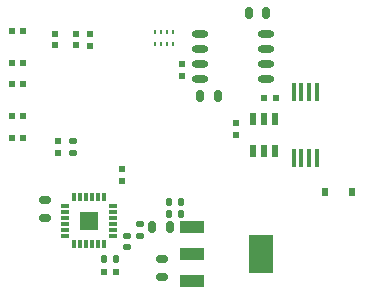
<source format=gbp>
G04*
G04 #@! TF.GenerationSoftware,Altium Limited,Altium Designer,23.8.1 (32)*
G04*
G04 Layer_Color=128*
%FSLAX43Y43*%
%MOMM*%
G71*
G04*
G04 #@! TF.SameCoordinates,8A790615-D0E5-43D8-8956-367088579B57*
G04*
G04*
G04 #@! TF.FilePolarity,Positive*
G04*
G01*
G75*
G04:AMPARAMS|DCode=24|XSize=0.5mm|YSize=0.6mm|CornerRadius=0.125mm|HoleSize=0mm|Usage=FLASHONLY|Rotation=0.000|XOffset=0mm|YOffset=0mm|HoleType=Round|Shape=RoundedRectangle|*
%AMROUNDEDRECTD24*
21,1,0.500,0.350,0,0,0.0*
21,1,0.250,0.600,0,0,0.0*
1,1,0.250,0.125,-0.175*
1,1,0.250,-0.125,-0.175*
1,1,0.250,-0.125,0.175*
1,1,0.250,0.125,0.175*
%
%ADD24ROUNDEDRECTD24*%
G04:AMPARAMS|DCode=25|XSize=0.7mm|YSize=1mm|CornerRadius=0.175mm|HoleSize=0mm|Usage=FLASHONLY|Rotation=270.000|XOffset=0mm|YOffset=0mm|HoleType=Round|Shape=RoundedRectangle|*
%AMROUNDEDRECTD25*
21,1,0.700,0.650,0,0,270.0*
21,1,0.350,1.000,0,0,270.0*
1,1,0.350,-0.325,-0.175*
1,1,0.350,-0.325,0.175*
1,1,0.350,0.325,0.175*
1,1,0.350,0.325,-0.175*
%
%ADD25ROUNDEDRECTD25*%
G04:AMPARAMS|DCode=26|XSize=0.5mm|YSize=0.6mm|CornerRadius=0.125mm|HoleSize=0mm|Usage=FLASHONLY|Rotation=270.000|XOffset=0mm|YOffset=0mm|HoleType=Round|Shape=RoundedRectangle|*
%AMROUNDEDRECTD26*
21,1,0.500,0.350,0,0,270.0*
21,1,0.250,0.600,0,0,270.0*
1,1,0.250,-0.175,-0.125*
1,1,0.250,-0.175,0.125*
1,1,0.250,0.175,0.125*
1,1,0.250,0.175,-0.125*
%
%ADD26ROUNDEDRECTD26*%
G04:AMPARAMS|DCode=27|XSize=0.7mm|YSize=1mm|CornerRadius=0.175mm|HoleSize=0mm|Usage=FLASHONLY|Rotation=0.000|XOffset=0mm|YOffset=0mm|HoleType=Round|Shape=RoundedRectangle|*
%AMROUNDEDRECTD27*
21,1,0.700,0.650,0,0,0.0*
21,1,0.350,1.000,0,0,0.0*
1,1,0.350,0.175,-0.325*
1,1,0.350,-0.175,-0.325*
1,1,0.350,-0.175,0.325*
1,1,0.350,0.175,0.325*
%
%ADD27ROUNDEDRECTD27*%
%ADD34R,0.600X0.800*%
%ADD39R,0.500X0.600*%
G04:AMPARAMS|DCode=40|XSize=0.25mm|YSize=0.4mm|CornerRadius=0.063mm|HoleSize=0mm|Usage=FLASHONLY|Rotation=0.000|XOffset=0mm|YOffset=0mm|HoleType=Round|Shape=RoundedRectangle|*
%AMROUNDEDRECTD40*
21,1,0.250,0.275,0,0,0.0*
21,1,0.125,0.400,0,0,0.0*
1,1,0.125,0.063,-0.138*
1,1,0.125,-0.063,-0.138*
1,1,0.125,-0.063,0.138*
1,1,0.125,0.063,0.138*
%
%ADD40ROUNDEDRECTD40*%
%ADD41R,0.600X0.500*%
%ADD43R,0.800X0.300*%
%ADD44R,0.300X0.800*%
%ADD45R,1.500X1.500*%
%ADD89R,0.350X1.600*%
%ADD90R,2.150X1.000*%
%ADD91R,2.150X3.300*%
%ADD92O,1.400X0.600*%
%ADD93R,0.600X1.000*%
D24*
X10550Y6800D02*
D03*
X9550D02*
D03*
X16050Y10600D02*
D03*
X15050D02*
D03*
X16050Y11600D02*
D03*
X15050D02*
D03*
D25*
X14500Y5250D02*
D03*
Y6750D02*
D03*
X4600Y11750D02*
D03*
Y10250D02*
D03*
D26*
X12600Y8750D02*
D03*
Y9750D02*
D03*
X11500Y8750D02*
D03*
Y7750D02*
D03*
X6900Y15750D02*
D03*
Y16750D02*
D03*
D27*
X13650Y9500D02*
D03*
X15150D02*
D03*
X21800Y27600D02*
D03*
X23300D02*
D03*
X19200Y20550D02*
D03*
X17700D02*
D03*
D34*
X30600Y12400D02*
D03*
X28250D02*
D03*
D39*
X2743Y26050D02*
D03*
X1743D02*
D03*
X24100Y20400D02*
D03*
X23100D02*
D03*
X2743Y23355D02*
D03*
X1743D02*
D03*
X2743Y21555D02*
D03*
X1743D02*
D03*
X10550Y5700D02*
D03*
X9550D02*
D03*
X2743Y18855D02*
D03*
X1743D02*
D03*
X2743Y17055D02*
D03*
X1743D02*
D03*
D40*
X13900Y24998D02*
D03*
X14400D02*
D03*
X14900D02*
D03*
X15400D02*
D03*
X13900Y26000D02*
D03*
X14400Y26000D02*
D03*
X14900D02*
D03*
X15400D02*
D03*
D41*
X8378Y25800D02*
D03*
Y24800D02*
D03*
X7200Y25850D02*
D03*
Y24850D02*
D03*
X5400Y25850D02*
D03*
Y24850D02*
D03*
X16150Y23250D02*
D03*
Y22250D02*
D03*
X20700Y18300D02*
D03*
Y17300D02*
D03*
X11100Y14400D02*
D03*
Y13400D02*
D03*
X5705Y15750D02*
D03*
Y16750D02*
D03*
D43*
X10300Y11250D02*
D03*
Y10750D02*
D03*
Y10250D02*
D03*
Y9750D02*
D03*
Y9250D02*
D03*
Y8750D02*
D03*
X6300D02*
D03*
Y9250D02*
D03*
Y9750D02*
D03*
Y10250D02*
D03*
Y10750D02*
D03*
Y11250D02*
D03*
D44*
X9550Y8000D02*
D03*
X9050D02*
D03*
X8550D02*
D03*
X8050D02*
D03*
X7550D02*
D03*
X7050D02*
D03*
Y12000D02*
D03*
X7550D02*
D03*
X8050D02*
D03*
X8550D02*
D03*
X9050D02*
D03*
X9550D02*
D03*
D45*
X8300Y10000D02*
D03*
D89*
X25625Y20900D02*
D03*
X26275D02*
D03*
X26925D02*
D03*
X25625Y15300D02*
D03*
X26275D02*
D03*
X26925D02*
D03*
X27575Y20900D02*
D03*
Y15300D02*
D03*
D90*
X16975Y4900D02*
D03*
Y7200D02*
D03*
Y9500D02*
D03*
D91*
X22825Y7200D02*
D03*
D92*
X23300Y25805D02*
D03*
Y24535D02*
D03*
Y23265D02*
D03*
Y21995D02*
D03*
X17700Y25805D02*
D03*
Y24535D02*
D03*
Y23265D02*
D03*
Y21995D02*
D03*
D93*
X24050Y18650D02*
D03*
X23100D02*
D03*
X22150D02*
D03*
Y15950D02*
D03*
X23100D02*
D03*
X24050D02*
D03*
M02*

</source>
